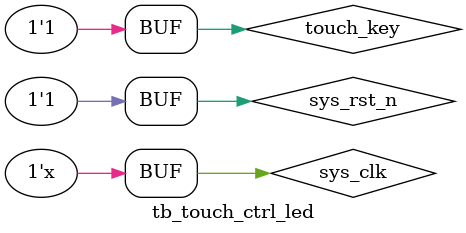
<source format=v>
`timescale  1ns/1ns

module  tb_touch_ctrl_led();

//********************************************************************//
//****************** Parameter and Internal Signal *******************//
//********************************************************************//
//wire  define
wire    led         ;

//reg   define
reg     sys_clk     ;
reg     sys_rst_n   ;
reg     touch_key   ;

//********************************************************************//
//***************************** Main Code ****************************//
//********************************************************************//
//sys_clk,sys_rst_n初始赋值，模拟触摸按键信号值
initial
    begin
        sys_clk       =   1'b1 ;
        sys_rst_n    <=   1'b0 ;
        touch_key    <=   1'b1 ;
        #200
        sys_rst_n    <=   1'b1 ;
        #2000
        touch_key    <=   1'b0 ;
        #2000
        touch_key    <=   1'b1 ;
        #2000
        touch_key    <=   1'b0 ;
        #3000
        touch_key    <=   1'b1 ;
    end

//clk：产生时钟
always  #10 sys_clk = ~sys_clk ;

//********************************************************************//
//*************************** Instantiation **************************//
//********************************************************************//
//------------- touch_ctrl_led_inst -------------
touch_ctrl_led    touch_ctrl_led_inst
(
    .sys_clk    (sys_clk    ),  //系统时钟，频率50MHz
    .sys_rst_n  (sys_rst_n  ),  //复位信号，低电平有效
    .touch_key  (touch_key  ),  //触摸按键信号

    .led        (led        )   //led输出信号
);

endmodule


</source>
